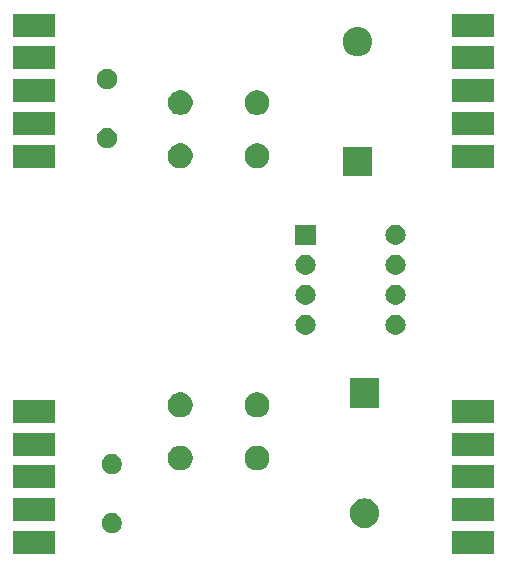
<source format=gbr>
G04 #@! TF.GenerationSoftware,KiCad,Pcbnew,(5.1.2-1)-1*
G04 #@! TF.CreationDate,2019-12-30T17:07:45+01:00*
G04 #@! TF.ProjectId,C64_autofire,4336345f-6175-4746-9f66-6972652e6b69,rev?*
G04 #@! TF.SameCoordinates,Original*
G04 #@! TF.FileFunction,Soldermask,Top*
G04 #@! TF.FilePolarity,Negative*
%FSLAX46Y46*%
G04 Gerber Fmt 4.6, Leading zero omitted, Abs format (unit mm)*
G04 Created by KiCad (PCBNEW (5.1.2-1)-1) date 2019-12-30 17:07:45*
%MOMM*%
%LPD*%
G04 APERTURE LIST*
%ADD10C,0.100000*%
G04 APERTURE END LIST*
D10*
G36*
X88591000Y-77014333D02*
G01*
X85009000Y-77014333D01*
X85009000Y-75065667D01*
X88591000Y-75065667D01*
X88591000Y-77014333D01*
X88591000Y-77014333D01*
G37*
G36*
X51391000Y-77014333D02*
G01*
X47809000Y-77014333D01*
X47809000Y-75065667D01*
X51391000Y-75065667D01*
X51391000Y-77014333D01*
X51391000Y-77014333D01*
G37*
G36*
X56448228Y-73581703D02*
G01*
X56603100Y-73645853D01*
X56742481Y-73738985D01*
X56861015Y-73857519D01*
X56954147Y-73996900D01*
X57018297Y-74151772D01*
X57051000Y-74316184D01*
X57051000Y-74483816D01*
X57018297Y-74648228D01*
X56954147Y-74803100D01*
X56861015Y-74942481D01*
X56742481Y-75061015D01*
X56603100Y-75154147D01*
X56448228Y-75218297D01*
X56283816Y-75251000D01*
X56116184Y-75251000D01*
X55951772Y-75218297D01*
X55796900Y-75154147D01*
X55657519Y-75061015D01*
X55538985Y-74942481D01*
X55445853Y-74803100D01*
X55381703Y-74648228D01*
X55349000Y-74483816D01*
X55349000Y-74316184D01*
X55381703Y-74151772D01*
X55445853Y-73996900D01*
X55538985Y-73857519D01*
X55657519Y-73738985D01*
X55796900Y-73645853D01*
X55951772Y-73581703D01*
X56116184Y-73549000D01*
X56283816Y-73549000D01*
X56448228Y-73581703D01*
X56448228Y-73581703D01*
G37*
G36*
X77845239Y-72327101D02*
G01*
X78081053Y-72398634D01*
X78298381Y-72514799D01*
X78488871Y-72671129D01*
X78645201Y-72861619D01*
X78761366Y-73078947D01*
X78832899Y-73314761D01*
X78857053Y-73560000D01*
X78832899Y-73805239D01*
X78761366Y-74041053D01*
X78645201Y-74258381D01*
X78488871Y-74448871D01*
X78298381Y-74605201D01*
X78081053Y-74721366D01*
X77845239Y-74792899D01*
X77661457Y-74811000D01*
X77538543Y-74811000D01*
X77354761Y-74792899D01*
X77118947Y-74721366D01*
X76901619Y-74605201D01*
X76711129Y-74448871D01*
X76554799Y-74258381D01*
X76438634Y-74041053D01*
X76367101Y-73805239D01*
X76342947Y-73560000D01*
X76367101Y-73314761D01*
X76438634Y-73078947D01*
X76554799Y-72861619D01*
X76711129Y-72671129D01*
X76901619Y-72514799D01*
X77118947Y-72398634D01*
X77354761Y-72327101D01*
X77538543Y-72309000D01*
X77661457Y-72309000D01*
X77845239Y-72327101D01*
X77845239Y-72327101D01*
G37*
G36*
X51391000Y-74244333D02*
G01*
X47809000Y-74244333D01*
X47809000Y-72295667D01*
X51391000Y-72295667D01*
X51391000Y-74244333D01*
X51391000Y-74244333D01*
G37*
G36*
X88591000Y-74244333D02*
G01*
X85009000Y-74244333D01*
X85009000Y-72295667D01*
X88591000Y-72295667D01*
X88591000Y-74244333D01*
X88591000Y-74244333D01*
G37*
G36*
X51391000Y-71474333D02*
G01*
X47809000Y-71474333D01*
X47809000Y-69525667D01*
X51391000Y-69525667D01*
X51391000Y-71474333D01*
X51391000Y-71474333D01*
G37*
G36*
X88591000Y-71474333D02*
G01*
X85009000Y-71474333D01*
X85009000Y-69525667D01*
X88591000Y-69525667D01*
X88591000Y-71474333D01*
X88591000Y-71474333D01*
G37*
G36*
X56448228Y-68581703D02*
G01*
X56603100Y-68645853D01*
X56742481Y-68738985D01*
X56861015Y-68857519D01*
X56954147Y-68996900D01*
X57018297Y-69151772D01*
X57051000Y-69316184D01*
X57051000Y-69483816D01*
X57018297Y-69648228D01*
X56954147Y-69803100D01*
X56861015Y-69942481D01*
X56742481Y-70061015D01*
X56603100Y-70154147D01*
X56448228Y-70218297D01*
X56283816Y-70251000D01*
X56116184Y-70251000D01*
X55951772Y-70218297D01*
X55796900Y-70154147D01*
X55657519Y-70061015D01*
X55538985Y-69942481D01*
X55445853Y-69803100D01*
X55381703Y-69648228D01*
X55349000Y-69483816D01*
X55349000Y-69316184D01*
X55381703Y-69151772D01*
X55445853Y-68996900D01*
X55538985Y-68857519D01*
X55657519Y-68738985D01*
X55796900Y-68645853D01*
X55951772Y-68581703D01*
X56116184Y-68549000D01*
X56283816Y-68549000D01*
X56448228Y-68581703D01*
X56448228Y-68581703D01*
G37*
G36*
X68806564Y-67889389D02*
G01*
X68997833Y-67968615D01*
X68997835Y-67968616D01*
X69169973Y-68083635D01*
X69316365Y-68230027D01*
X69431385Y-68402167D01*
X69510611Y-68593436D01*
X69551000Y-68796484D01*
X69551000Y-69003516D01*
X69510611Y-69206564D01*
X69431385Y-69397833D01*
X69431384Y-69397835D01*
X69316365Y-69569973D01*
X69169973Y-69716365D01*
X68997835Y-69831384D01*
X68997834Y-69831385D01*
X68997833Y-69831385D01*
X68806564Y-69910611D01*
X68603516Y-69951000D01*
X68396484Y-69951000D01*
X68193436Y-69910611D01*
X68002167Y-69831385D01*
X68002166Y-69831385D01*
X68002165Y-69831384D01*
X67830027Y-69716365D01*
X67683635Y-69569973D01*
X67568616Y-69397835D01*
X67568615Y-69397833D01*
X67489389Y-69206564D01*
X67449000Y-69003516D01*
X67449000Y-68796484D01*
X67489389Y-68593436D01*
X67568615Y-68402167D01*
X67683635Y-68230027D01*
X67830027Y-68083635D01*
X68002165Y-67968616D01*
X68002167Y-67968615D01*
X68193436Y-67889389D01*
X68396484Y-67849000D01*
X68603516Y-67849000D01*
X68806564Y-67889389D01*
X68806564Y-67889389D01*
G37*
G36*
X62306564Y-67889389D02*
G01*
X62497833Y-67968615D01*
X62497835Y-67968616D01*
X62669973Y-68083635D01*
X62816365Y-68230027D01*
X62931385Y-68402167D01*
X63010611Y-68593436D01*
X63051000Y-68796484D01*
X63051000Y-69003516D01*
X63010611Y-69206564D01*
X62931385Y-69397833D01*
X62931384Y-69397835D01*
X62816365Y-69569973D01*
X62669973Y-69716365D01*
X62497835Y-69831384D01*
X62497834Y-69831385D01*
X62497833Y-69831385D01*
X62306564Y-69910611D01*
X62103516Y-69951000D01*
X61896484Y-69951000D01*
X61693436Y-69910611D01*
X61502167Y-69831385D01*
X61502166Y-69831385D01*
X61502165Y-69831384D01*
X61330027Y-69716365D01*
X61183635Y-69569973D01*
X61068616Y-69397835D01*
X61068615Y-69397833D01*
X60989389Y-69206564D01*
X60949000Y-69003516D01*
X60949000Y-68796484D01*
X60989389Y-68593436D01*
X61068615Y-68402167D01*
X61183635Y-68230027D01*
X61330027Y-68083635D01*
X61502165Y-67968616D01*
X61502167Y-67968615D01*
X61693436Y-67889389D01*
X61896484Y-67849000D01*
X62103516Y-67849000D01*
X62306564Y-67889389D01*
X62306564Y-67889389D01*
G37*
G36*
X88591000Y-68704333D02*
G01*
X85009000Y-68704333D01*
X85009000Y-66755667D01*
X88591000Y-66755667D01*
X88591000Y-68704333D01*
X88591000Y-68704333D01*
G37*
G36*
X51391000Y-68704333D02*
G01*
X47809000Y-68704333D01*
X47809000Y-66755667D01*
X51391000Y-66755667D01*
X51391000Y-68704333D01*
X51391000Y-68704333D01*
G37*
G36*
X88591000Y-65934333D02*
G01*
X85009000Y-65934333D01*
X85009000Y-63985667D01*
X88591000Y-63985667D01*
X88591000Y-65934333D01*
X88591000Y-65934333D01*
G37*
G36*
X51391000Y-65934333D02*
G01*
X47809000Y-65934333D01*
X47809000Y-63985667D01*
X51391000Y-63985667D01*
X51391000Y-65934333D01*
X51391000Y-65934333D01*
G37*
G36*
X68806564Y-63389389D02*
G01*
X68997833Y-63468615D01*
X68997835Y-63468616D01*
X69169973Y-63583635D01*
X69316365Y-63730027D01*
X69431385Y-63902167D01*
X69510611Y-64093436D01*
X69551000Y-64296484D01*
X69551000Y-64503516D01*
X69510611Y-64706564D01*
X69431385Y-64897833D01*
X69431384Y-64897835D01*
X69316365Y-65069973D01*
X69169973Y-65216365D01*
X68997835Y-65331384D01*
X68997834Y-65331385D01*
X68997833Y-65331385D01*
X68806564Y-65410611D01*
X68603516Y-65451000D01*
X68396484Y-65451000D01*
X68193436Y-65410611D01*
X68002167Y-65331385D01*
X68002166Y-65331385D01*
X68002165Y-65331384D01*
X67830027Y-65216365D01*
X67683635Y-65069973D01*
X67568616Y-64897835D01*
X67568615Y-64897833D01*
X67489389Y-64706564D01*
X67449000Y-64503516D01*
X67449000Y-64296484D01*
X67489389Y-64093436D01*
X67568615Y-63902167D01*
X67683635Y-63730027D01*
X67830027Y-63583635D01*
X68002165Y-63468616D01*
X68002167Y-63468615D01*
X68193436Y-63389389D01*
X68396484Y-63349000D01*
X68603516Y-63349000D01*
X68806564Y-63389389D01*
X68806564Y-63389389D01*
G37*
G36*
X62306564Y-63389389D02*
G01*
X62497833Y-63468615D01*
X62497835Y-63468616D01*
X62669973Y-63583635D01*
X62816365Y-63730027D01*
X62931385Y-63902167D01*
X63010611Y-64093436D01*
X63051000Y-64296484D01*
X63051000Y-64503516D01*
X63010611Y-64706564D01*
X62931385Y-64897833D01*
X62931384Y-64897835D01*
X62816365Y-65069973D01*
X62669973Y-65216365D01*
X62497835Y-65331384D01*
X62497834Y-65331385D01*
X62497833Y-65331385D01*
X62306564Y-65410611D01*
X62103516Y-65451000D01*
X61896484Y-65451000D01*
X61693436Y-65410611D01*
X61502167Y-65331385D01*
X61502166Y-65331385D01*
X61502165Y-65331384D01*
X61330027Y-65216365D01*
X61183635Y-65069973D01*
X61068616Y-64897835D01*
X61068615Y-64897833D01*
X60989389Y-64706564D01*
X60949000Y-64503516D01*
X60949000Y-64296484D01*
X60989389Y-64093436D01*
X61068615Y-63902167D01*
X61183635Y-63730027D01*
X61330027Y-63583635D01*
X61502165Y-63468616D01*
X61502167Y-63468615D01*
X61693436Y-63389389D01*
X61896484Y-63349000D01*
X62103516Y-63349000D01*
X62306564Y-63389389D01*
X62306564Y-63389389D01*
G37*
G36*
X78851000Y-64651000D02*
G01*
X76349000Y-64651000D01*
X76349000Y-62149000D01*
X78851000Y-62149000D01*
X78851000Y-64651000D01*
X78851000Y-64651000D01*
G37*
G36*
X80386823Y-56781313D02*
G01*
X80547242Y-56829976D01*
X80679906Y-56900886D01*
X80695078Y-56908996D01*
X80824659Y-57015341D01*
X80931004Y-57144922D01*
X80931005Y-57144924D01*
X81010024Y-57292758D01*
X81058687Y-57453177D01*
X81075117Y-57620000D01*
X81058687Y-57786823D01*
X81010024Y-57947242D01*
X80939114Y-58079906D01*
X80931004Y-58095078D01*
X80824659Y-58224659D01*
X80695078Y-58331004D01*
X80695076Y-58331005D01*
X80547242Y-58410024D01*
X80386823Y-58458687D01*
X80261804Y-58471000D01*
X80178196Y-58471000D01*
X80053177Y-58458687D01*
X79892758Y-58410024D01*
X79744924Y-58331005D01*
X79744922Y-58331004D01*
X79615341Y-58224659D01*
X79508996Y-58095078D01*
X79500886Y-58079906D01*
X79429976Y-57947242D01*
X79381313Y-57786823D01*
X79364883Y-57620000D01*
X79381313Y-57453177D01*
X79429976Y-57292758D01*
X79508995Y-57144924D01*
X79508996Y-57144922D01*
X79615341Y-57015341D01*
X79744922Y-56908996D01*
X79760094Y-56900886D01*
X79892758Y-56829976D01*
X80053177Y-56781313D01*
X80178196Y-56769000D01*
X80261804Y-56769000D01*
X80386823Y-56781313D01*
X80386823Y-56781313D01*
G37*
G36*
X72766823Y-56781313D02*
G01*
X72927242Y-56829976D01*
X73059906Y-56900886D01*
X73075078Y-56908996D01*
X73204659Y-57015341D01*
X73311004Y-57144922D01*
X73311005Y-57144924D01*
X73390024Y-57292758D01*
X73438687Y-57453177D01*
X73455117Y-57620000D01*
X73438687Y-57786823D01*
X73390024Y-57947242D01*
X73319114Y-58079906D01*
X73311004Y-58095078D01*
X73204659Y-58224659D01*
X73075078Y-58331004D01*
X73075076Y-58331005D01*
X72927242Y-58410024D01*
X72766823Y-58458687D01*
X72641804Y-58471000D01*
X72558196Y-58471000D01*
X72433177Y-58458687D01*
X72272758Y-58410024D01*
X72124924Y-58331005D01*
X72124922Y-58331004D01*
X71995341Y-58224659D01*
X71888996Y-58095078D01*
X71880886Y-58079906D01*
X71809976Y-57947242D01*
X71761313Y-57786823D01*
X71744883Y-57620000D01*
X71761313Y-57453177D01*
X71809976Y-57292758D01*
X71888995Y-57144924D01*
X71888996Y-57144922D01*
X71995341Y-57015341D01*
X72124922Y-56908996D01*
X72140094Y-56900886D01*
X72272758Y-56829976D01*
X72433177Y-56781313D01*
X72558196Y-56769000D01*
X72641804Y-56769000D01*
X72766823Y-56781313D01*
X72766823Y-56781313D01*
G37*
G36*
X80386823Y-54241313D02*
G01*
X80547242Y-54289976D01*
X80679906Y-54360886D01*
X80695078Y-54368996D01*
X80824659Y-54475341D01*
X80931004Y-54604922D01*
X80931005Y-54604924D01*
X81010024Y-54752758D01*
X81058687Y-54913177D01*
X81075117Y-55080000D01*
X81058687Y-55246823D01*
X81010024Y-55407242D01*
X80939114Y-55539906D01*
X80931004Y-55555078D01*
X80824659Y-55684659D01*
X80695078Y-55791004D01*
X80695076Y-55791005D01*
X80547242Y-55870024D01*
X80386823Y-55918687D01*
X80261804Y-55931000D01*
X80178196Y-55931000D01*
X80053177Y-55918687D01*
X79892758Y-55870024D01*
X79744924Y-55791005D01*
X79744922Y-55791004D01*
X79615341Y-55684659D01*
X79508996Y-55555078D01*
X79500886Y-55539906D01*
X79429976Y-55407242D01*
X79381313Y-55246823D01*
X79364883Y-55080000D01*
X79381313Y-54913177D01*
X79429976Y-54752758D01*
X79508995Y-54604924D01*
X79508996Y-54604922D01*
X79615341Y-54475341D01*
X79744922Y-54368996D01*
X79760094Y-54360886D01*
X79892758Y-54289976D01*
X80053177Y-54241313D01*
X80178196Y-54229000D01*
X80261804Y-54229000D01*
X80386823Y-54241313D01*
X80386823Y-54241313D01*
G37*
G36*
X72766823Y-54241313D02*
G01*
X72927242Y-54289976D01*
X73059906Y-54360886D01*
X73075078Y-54368996D01*
X73204659Y-54475341D01*
X73311004Y-54604922D01*
X73311005Y-54604924D01*
X73390024Y-54752758D01*
X73438687Y-54913177D01*
X73455117Y-55080000D01*
X73438687Y-55246823D01*
X73390024Y-55407242D01*
X73319114Y-55539906D01*
X73311004Y-55555078D01*
X73204659Y-55684659D01*
X73075078Y-55791004D01*
X73075076Y-55791005D01*
X72927242Y-55870024D01*
X72766823Y-55918687D01*
X72641804Y-55931000D01*
X72558196Y-55931000D01*
X72433177Y-55918687D01*
X72272758Y-55870024D01*
X72124924Y-55791005D01*
X72124922Y-55791004D01*
X71995341Y-55684659D01*
X71888996Y-55555078D01*
X71880886Y-55539906D01*
X71809976Y-55407242D01*
X71761313Y-55246823D01*
X71744883Y-55080000D01*
X71761313Y-54913177D01*
X71809976Y-54752758D01*
X71888995Y-54604924D01*
X71888996Y-54604922D01*
X71995341Y-54475341D01*
X72124922Y-54368996D01*
X72140094Y-54360886D01*
X72272758Y-54289976D01*
X72433177Y-54241313D01*
X72558196Y-54229000D01*
X72641804Y-54229000D01*
X72766823Y-54241313D01*
X72766823Y-54241313D01*
G37*
G36*
X72766823Y-51701313D02*
G01*
X72927242Y-51749976D01*
X73059906Y-51820886D01*
X73075078Y-51828996D01*
X73204659Y-51935341D01*
X73311004Y-52064922D01*
X73311005Y-52064924D01*
X73390024Y-52212758D01*
X73438687Y-52373177D01*
X73455117Y-52540000D01*
X73438687Y-52706823D01*
X73390024Y-52867242D01*
X73319114Y-52999906D01*
X73311004Y-53015078D01*
X73204659Y-53144659D01*
X73075078Y-53251004D01*
X73075076Y-53251005D01*
X72927242Y-53330024D01*
X72766823Y-53378687D01*
X72641804Y-53391000D01*
X72558196Y-53391000D01*
X72433177Y-53378687D01*
X72272758Y-53330024D01*
X72124924Y-53251005D01*
X72124922Y-53251004D01*
X71995341Y-53144659D01*
X71888996Y-53015078D01*
X71880886Y-52999906D01*
X71809976Y-52867242D01*
X71761313Y-52706823D01*
X71744883Y-52540000D01*
X71761313Y-52373177D01*
X71809976Y-52212758D01*
X71888995Y-52064924D01*
X71888996Y-52064922D01*
X71995341Y-51935341D01*
X72124922Y-51828996D01*
X72140094Y-51820886D01*
X72272758Y-51749976D01*
X72433177Y-51701313D01*
X72558196Y-51689000D01*
X72641804Y-51689000D01*
X72766823Y-51701313D01*
X72766823Y-51701313D01*
G37*
G36*
X80386823Y-51701313D02*
G01*
X80547242Y-51749976D01*
X80679906Y-51820886D01*
X80695078Y-51828996D01*
X80824659Y-51935341D01*
X80931004Y-52064922D01*
X80931005Y-52064924D01*
X81010024Y-52212758D01*
X81058687Y-52373177D01*
X81075117Y-52540000D01*
X81058687Y-52706823D01*
X81010024Y-52867242D01*
X80939114Y-52999906D01*
X80931004Y-53015078D01*
X80824659Y-53144659D01*
X80695078Y-53251004D01*
X80695076Y-53251005D01*
X80547242Y-53330024D01*
X80386823Y-53378687D01*
X80261804Y-53391000D01*
X80178196Y-53391000D01*
X80053177Y-53378687D01*
X79892758Y-53330024D01*
X79744924Y-53251005D01*
X79744922Y-53251004D01*
X79615341Y-53144659D01*
X79508996Y-53015078D01*
X79500886Y-52999906D01*
X79429976Y-52867242D01*
X79381313Y-52706823D01*
X79364883Y-52540000D01*
X79381313Y-52373177D01*
X79429976Y-52212758D01*
X79508995Y-52064924D01*
X79508996Y-52064922D01*
X79615341Y-51935341D01*
X79744922Y-51828996D01*
X79760094Y-51820886D01*
X79892758Y-51749976D01*
X80053177Y-51701313D01*
X80178196Y-51689000D01*
X80261804Y-51689000D01*
X80386823Y-51701313D01*
X80386823Y-51701313D01*
G37*
G36*
X80386823Y-49161313D02*
G01*
X80547242Y-49209976D01*
X80679906Y-49280886D01*
X80695078Y-49288996D01*
X80824659Y-49395341D01*
X80931004Y-49524922D01*
X80931005Y-49524924D01*
X81010024Y-49672758D01*
X81058687Y-49833177D01*
X81075117Y-50000000D01*
X81058687Y-50166823D01*
X81010024Y-50327242D01*
X80939114Y-50459906D01*
X80931004Y-50475078D01*
X80824659Y-50604659D01*
X80695078Y-50711004D01*
X80695076Y-50711005D01*
X80547242Y-50790024D01*
X80386823Y-50838687D01*
X80261804Y-50851000D01*
X80178196Y-50851000D01*
X80053177Y-50838687D01*
X79892758Y-50790024D01*
X79744924Y-50711005D01*
X79744922Y-50711004D01*
X79615341Y-50604659D01*
X79508996Y-50475078D01*
X79500886Y-50459906D01*
X79429976Y-50327242D01*
X79381313Y-50166823D01*
X79364883Y-50000000D01*
X79381313Y-49833177D01*
X79429976Y-49672758D01*
X79508995Y-49524924D01*
X79508996Y-49524922D01*
X79615341Y-49395341D01*
X79744922Y-49288996D01*
X79760094Y-49280886D01*
X79892758Y-49209976D01*
X80053177Y-49161313D01*
X80178196Y-49149000D01*
X80261804Y-49149000D01*
X80386823Y-49161313D01*
X80386823Y-49161313D01*
G37*
G36*
X73451000Y-50851000D02*
G01*
X71749000Y-50851000D01*
X71749000Y-49149000D01*
X73451000Y-49149000D01*
X73451000Y-50851000D01*
X73451000Y-50851000D01*
G37*
G36*
X78251000Y-45051000D02*
G01*
X75749000Y-45051000D01*
X75749000Y-42549000D01*
X78251000Y-42549000D01*
X78251000Y-45051000D01*
X78251000Y-45051000D01*
G37*
G36*
X68806564Y-42289389D02*
G01*
X68997833Y-42368615D01*
X68997835Y-42368616D01*
X69136120Y-42461015D01*
X69169973Y-42483635D01*
X69316365Y-42630027D01*
X69431385Y-42802167D01*
X69510611Y-42993436D01*
X69551000Y-43196484D01*
X69551000Y-43403516D01*
X69510611Y-43606564D01*
X69431385Y-43797833D01*
X69431384Y-43797835D01*
X69316365Y-43969973D01*
X69169973Y-44116365D01*
X68997835Y-44231384D01*
X68997834Y-44231385D01*
X68997833Y-44231385D01*
X68806564Y-44310611D01*
X68603516Y-44351000D01*
X68396484Y-44351000D01*
X68193436Y-44310611D01*
X68002167Y-44231385D01*
X68002166Y-44231385D01*
X68002165Y-44231384D01*
X67830027Y-44116365D01*
X67683635Y-43969973D01*
X67568616Y-43797835D01*
X67568615Y-43797833D01*
X67489389Y-43606564D01*
X67449000Y-43403516D01*
X67449000Y-43196484D01*
X67489389Y-42993436D01*
X67568615Y-42802167D01*
X67683635Y-42630027D01*
X67830027Y-42483635D01*
X67863880Y-42461015D01*
X68002165Y-42368616D01*
X68002167Y-42368615D01*
X68193436Y-42289389D01*
X68396484Y-42249000D01*
X68603516Y-42249000D01*
X68806564Y-42289389D01*
X68806564Y-42289389D01*
G37*
G36*
X62306564Y-42289389D02*
G01*
X62497833Y-42368615D01*
X62497835Y-42368616D01*
X62636120Y-42461015D01*
X62669973Y-42483635D01*
X62816365Y-42630027D01*
X62931385Y-42802167D01*
X63010611Y-42993436D01*
X63051000Y-43196484D01*
X63051000Y-43403516D01*
X63010611Y-43606564D01*
X62931385Y-43797833D01*
X62931384Y-43797835D01*
X62816365Y-43969973D01*
X62669973Y-44116365D01*
X62497835Y-44231384D01*
X62497834Y-44231385D01*
X62497833Y-44231385D01*
X62306564Y-44310611D01*
X62103516Y-44351000D01*
X61896484Y-44351000D01*
X61693436Y-44310611D01*
X61502167Y-44231385D01*
X61502166Y-44231385D01*
X61502165Y-44231384D01*
X61330027Y-44116365D01*
X61183635Y-43969973D01*
X61068616Y-43797835D01*
X61068615Y-43797833D01*
X60989389Y-43606564D01*
X60949000Y-43403516D01*
X60949000Y-43196484D01*
X60989389Y-42993436D01*
X61068615Y-42802167D01*
X61183635Y-42630027D01*
X61330027Y-42483635D01*
X61363880Y-42461015D01*
X61502165Y-42368616D01*
X61502167Y-42368615D01*
X61693436Y-42289389D01*
X61896484Y-42249000D01*
X62103516Y-42249000D01*
X62306564Y-42289389D01*
X62306564Y-42289389D01*
G37*
G36*
X51391000Y-44314333D02*
G01*
X47809000Y-44314333D01*
X47809000Y-42365667D01*
X51391000Y-42365667D01*
X51391000Y-44314333D01*
X51391000Y-44314333D01*
G37*
G36*
X88591000Y-44314333D02*
G01*
X85009000Y-44314333D01*
X85009000Y-42365667D01*
X88591000Y-42365667D01*
X88591000Y-44314333D01*
X88591000Y-44314333D01*
G37*
G36*
X56048228Y-40981703D02*
G01*
X56203100Y-41045853D01*
X56342481Y-41138985D01*
X56461015Y-41257519D01*
X56554147Y-41396900D01*
X56618297Y-41551772D01*
X56651000Y-41716184D01*
X56651000Y-41883816D01*
X56618297Y-42048228D01*
X56554147Y-42203100D01*
X56461015Y-42342481D01*
X56342481Y-42461015D01*
X56203100Y-42554147D01*
X56048228Y-42618297D01*
X55883816Y-42651000D01*
X55716184Y-42651000D01*
X55551772Y-42618297D01*
X55396900Y-42554147D01*
X55257519Y-42461015D01*
X55138985Y-42342481D01*
X55045853Y-42203100D01*
X54981703Y-42048228D01*
X54949000Y-41883816D01*
X54949000Y-41716184D01*
X54981703Y-41551772D01*
X55045853Y-41396900D01*
X55138985Y-41257519D01*
X55257519Y-41138985D01*
X55396900Y-41045853D01*
X55551772Y-40981703D01*
X55716184Y-40949000D01*
X55883816Y-40949000D01*
X56048228Y-40981703D01*
X56048228Y-40981703D01*
G37*
G36*
X88591000Y-41544333D02*
G01*
X85009000Y-41544333D01*
X85009000Y-39595667D01*
X88591000Y-39595667D01*
X88591000Y-41544333D01*
X88591000Y-41544333D01*
G37*
G36*
X51391000Y-41544333D02*
G01*
X47809000Y-41544333D01*
X47809000Y-39595667D01*
X51391000Y-39595667D01*
X51391000Y-41544333D01*
X51391000Y-41544333D01*
G37*
G36*
X62306564Y-37789389D02*
G01*
X62497833Y-37868615D01*
X62497835Y-37868616D01*
X62669973Y-37983635D01*
X62816365Y-38130027D01*
X62931385Y-38302167D01*
X63010611Y-38493436D01*
X63051000Y-38696484D01*
X63051000Y-38903516D01*
X63010611Y-39106564D01*
X62931385Y-39297833D01*
X62931384Y-39297835D01*
X62816365Y-39469973D01*
X62669973Y-39616365D01*
X62497835Y-39731384D01*
X62497834Y-39731385D01*
X62497833Y-39731385D01*
X62306564Y-39810611D01*
X62103516Y-39851000D01*
X61896484Y-39851000D01*
X61693436Y-39810611D01*
X61502167Y-39731385D01*
X61502166Y-39731385D01*
X61502165Y-39731384D01*
X61330027Y-39616365D01*
X61183635Y-39469973D01*
X61068616Y-39297835D01*
X61068615Y-39297833D01*
X60989389Y-39106564D01*
X60949000Y-38903516D01*
X60949000Y-38696484D01*
X60989389Y-38493436D01*
X61068615Y-38302167D01*
X61183635Y-38130027D01*
X61330027Y-37983635D01*
X61502165Y-37868616D01*
X61502167Y-37868615D01*
X61693436Y-37789389D01*
X61896484Y-37749000D01*
X62103516Y-37749000D01*
X62306564Y-37789389D01*
X62306564Y-37789389D01*
G37*
G36*
X68806564Y-37789389D02*
G01*
X68997833Y-37868615D01*
X68997835Y-37868616D01*
X69169973Y-37983635D01*
X69316365Y-38130027D01*
X69431385Y-38302167D01*
X69510611Y-38493436D01*
X69551000Y-38696484D01*
X69551000Y-38903516D01*
X69510611Y-39106564D01*
X69431385Y-39297833D01*
X69431384Y-39297835D01*
X69316365Y-39469973D01*
X69169973Y-39616365D01*
X68997835Y-39731384D01*
X68997834Y-39731385D01*
X68997833Y-39731385D01*
X68806564Y-39810611D01*
X68603516Y-39851000D01*
X68396484Y-39851000D01*
X68193436Y-39810611D01*
X68002167Y-39731385D01*
X68002166Y-39731385D01*
X68002165Y-39731384D01*
X67830027Y-39616365D01*
X67683635Y-39469973D01*
X67568616Y-39297835D01*
X67568615Y-39297833D01*
X67489389Y-39106564D01*
X67449000Y-38903516D01*
X67449000Y-38696484D01*
X67489389Y-38493436D01*
X67568615Y-38302167D01*
X67683635Y-38130027D01*
X67830027Y-37983635D01*
X68002165Y-37868616D01*
X68002167Y-37868615D01*
X68193436Y-37789389D01*
X68396484Y-37749000D01*
X68603516Y-37749000D01*
X68806564Y-37789389D01*
X68806564Y-37789389D01*
G37*
G36*
X88591000Y-38774333D02*
G01*
X85009000Y-38774333D01*
X85009000Y-36825667D01*
X88591000Y-36825667D01*
X88591000Y-38774333D01*
X88591000Y-38774333D01*
G37*
G36*
X51391000Y-38774333D02*
G01*
X47809000Y-38774333D01*
X47809000Y-36825667D01*
X51391000Y-36825667D01*
X51391000Y-38774333D01*
X51391000Y-38774333D01*
G37*
G36*
X56048228Y-35981703D02*
G01*
X56203100Y-36045853D01*
X56342481Y-36138985D01*
X56461015Y-36257519D01*
X56554147Y-36396900D01*
X56618297Y-36551772D01*
X56651000Y-36716184D01*
X56651000Y-36883816D01*
X56618297Y-37048228D01*
X56554147Y-37203100D01*
X56461015Y-37342481D01*
X56342481Y-37461015D01*
X56203100Y-37554147D01*
X56048228Y-37618297D01*
X55883816Y-37651000D01*
X55716184Y-37651000D01*
X55551772Y-37618297D01*
X55396900Y-37554147D01*
X55257519Y-37461015D01*
X55138985Y-37342481D01*
X55045853Y-37203100D01*
X54981703Y-37048228D01*
X54949000Y-36883816D01*
X54949000Y-36716184D01*
X54981703Y-36551772D01*
X55045853Y-36396900D01*
X55138985Y-36257519D01*
X55257519Y-36138985D01*
X55396900Y-36045853D01*
X55551772Y-35981703D01*
X55716184Y-35949000D01*
X55883816Y-35949000D01*
X56048228Y-35981703D01*
X56048228Y-35981703D01*
G37*
G36*
X88591000Y-36004333D02*
G01*
X85009000Y-36004333D01*
X85009000Y-34055667D01*
X88591000Y-34055667D01*
X88591000Y-36004333D01*
X88591000Y-36004333D01*
G37*
G36*
X51391000Y-36004333D02*
G01*
X47809000Y-36004333D01*
X47809000Y-34055667D01*
X51391000Y-34055667D01*
X51391000Y-36004333D01*
X51391000Y-36004333D01*
G37*
G36*
X77245239Y-32407101D02*
G01*
X77481053Y-32478634D01*
X77698381Y-32594799D01*
X77888871Y-32751129D01*
X78045201Y-32941619D01*
X78161366Y-33158947D01*
X78232899Y-33394761D01*
X78257053Y-33640000D01*
X78232899Y-33885239D01*
X78161366Y-34121053D01*
X78045201Y-34338381D01*
X77888871Y-34528871D01*
X77698381Y-34685201D01*
X77481053Y-34801366D01*
X77245239Y-34872899D01*
X77061457Y-34891000D01*
X76938543Y-34891000D01*
X76754761Y-34872899D01*
X76518947Y-34801366D01*
X76301619Y-34685201D01*
X76111129Y-34528871D01*
X75954799Y-34338381D01*
X75838634Y-34121053D01*
X75767101Y-33885239D01*
X75742947Y-33640000D01*
X75767101Y-33394761D01*
X75838634Y-33158947D01*
X75954799Y-32941619D01*
X76111129Y-32751129D01*
X76301619Y-32594799D01*
X76518947Y-32478634D01*
X76754761Y-32407101D01*
X76938543Y-32389000D01*
X77061457Y-32389000D01*
X77245239Y-32407101D01*
X77245239Y-32407101D01*
G37*
G36*
X88591000Y-33234333D02*
G01*
X85009000Y-33234333D01*
X85009000Y-31285667D01*
X88591000Y-31285667D01*
X88591000Y-33234333D01*
X88591000Y-33234333D01*
G37*
G36*
X51391000Y-33234333D02*
G01*
X47809000Y-33234333D01*
X47809000Y-31285667D01*
X51391000Y-31285667D01*
X51391000Y-33234333D01*
X51391000Y-33234333D01*
G37*
M02*

</source>
